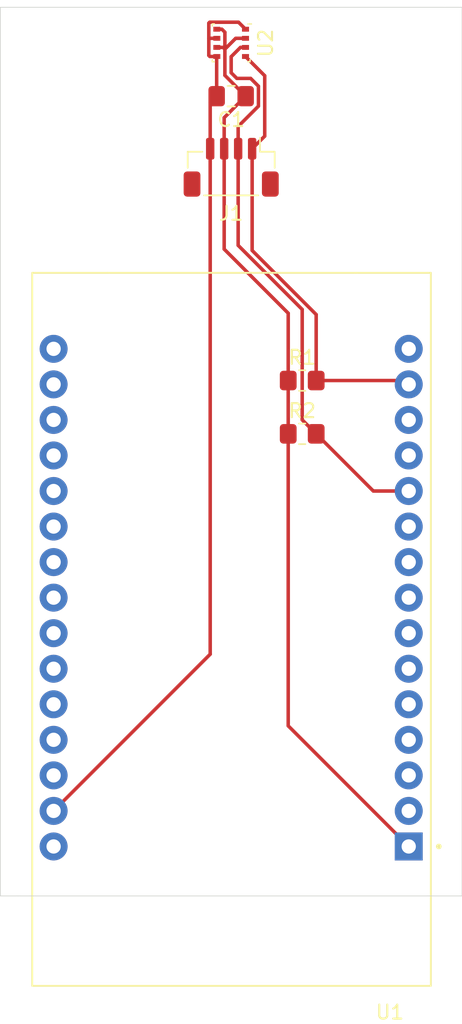
<source format=kicad_pcb>
(kicad_pcb (version 20171130) (host pcbnew "(5.1.12-1-10_14)")

  (general
    (thickness 1.6)
    (drawings 6)
    (tracks 57)
    (zones 0)
    (modules 6)
    (nets 30)
  )

  (page A4)
  (layers
    (0 F.Cu signal)
    (31 B.Cu signal)
    (32 B.Adhes user)
    (33 F.Adhes user)
    (34 B.Paste user)
    (35 F.Paste user)
    (36 B.SilkS user)
    (37 F.SilkS user)
    (38 B.Mask user)
    (39 F.Mask user)
    (40 Dwgs.User user)
    (41 Cmts.User user)
    (42 Eco1.User user)
    (43 Eco2.User user)
    (44 Edge.Cuts user)
    (45 Margin user)
    (46 B.CrtYd user)
    (47 F.CrtYd user)
    (48 B.Fab user)
    (49 F.Fab user)
  )

  (setup
    (last_trace_width 0.25)
    (trace_clearance 0.2)
    (zone_clearance 0.508)
    (zone_45_only no)
    (trace_min 0.2)
    (via_size 0.8)
    (via_drill 0.4)
    (via_min_size 0.4)
    (via_min_drill 0.3)
    (uvia_size 0.3)
    (uvia_drill 0.1)
    (uvias_allowed no)
    (uvia_min_size 0.2)
    (uvia_min_drill 0.1)
    (edge_width 0.05)
    (segment_width 0.2)
    (pcb_text_width 0.3)
    (pcb_text_size 1.5 1.5)
    (mod_edge_width 0.12)
    (mod_text_size 1 1)
    (mod_text_width 0.15)
    (pad_size 1.524 1.524)
    (pad_drill 0.762)
    (pad_to_mask_clearance 0)
    (aux_axis_origin 0 0)
    (grid_origin 135.89 110.49)
    (visible_elements FFFFFF7F)
    (pcbplotparams
      (layerselection 0x010fc_ffffffff)
      (usegerberextensions false)
      (usegerberattributes true)
      (usegerberadvancedattributes true)
      (creategerberjobfile true)
      (excludeedgelayer true)
      (linewidth 0.100000)
      (plotframeref false)
      (viasonmask false)
      (mode 1)
      (useauxorigin false)
      (hpglpennumber 1)
      (hpglpenspeed 20)
      (hpglpendiameter 15.000000)
      (psnegative false)
      (psa4output false)
      (plotreference true)
      (plotvalue true)
      (plotinvisibletext false)
      (padsonsilk false)
      (subtractmaskfromsilk false)
      (outputformat 1)
      (mirror false)
      (drillshape 1)
      (scaleselection 1)
      (outputdirectory ""))
  )

  (net 0 "")
  (net 1 GND)
  (net 2 +3V3)
  (net 3 SDA)
  (net 4 SCL)
  (net 5 "Net-(U1-Pad3)")
  (net 6 "Net-(U1-Pad4)")
  (net 7 "Net-(U1-Pad5)")
  (net 8 "Net-(U1-Pad6)")
  (net 9 "Net-(U1-Pad7)")
  (net 10 "Net-(U1-Pad8)")
  (net 11 "Net-(U1-Pad9)")
  (net 12 "Net-(U1-Pad10)")
  (net 13 "Net-(U1-Pad12)")
  (net 14 "Net-(U1-Pad13)")
  (net 15 "Net-(U1-Pad15)")
  (net 16 "Net-(U1-Pad30)")
  (net 17 "Net-(U1-Pad28)")
  (net 18 "Net-(U1-Pad27)")
  (net 19 "Net-(U1-Pad26)")
  (net 20 "Net-(U1-Pad25)")
  (net 21 "Net-(U1-Pad24)")
  (net 22 "Net-(U1-Pad23)")
  (net 23 "Net-(U1-Pad22)")
  (net 24 "Net-(U1-Pad21)")
  (net 25 "Net-(U1-Pad20)")
  (net 26 "Net-(U1-Pad19)")
  (net 27 "Net-(U1-Pad18)")
  (net 28 "Net-(U1-Pad17)")
  (net 29 "Net-(U1-Pad16)")

  (net_class Default "This is the default net class."
    (clearance 0.2)
    (trace_width 0.25)
    (via_dia 0.8)
    (via_drill 0.4)
    (uvia_dia 0.3)
    (uvia_drill 0.1)
    (add_net +3V3)
    (add_net GND)
    (add_net "Net-(U1-Pad10)")
    (add_net "Net-(U1-Pad12)")
    (add_net "Net-(U1-Pad13)")
    (add_net "Net-(U1-Pad15)")
    (add_net "Net-(U1-Pad16)")
    (add_net "Net-(U1-Pad17)")
    (add_net "Net-(U1-Pad18)")
    (add_net "Net-(U1-Pad19)")
    (add_net "Net-(U1-Pad20)")
    (add_net "Net-(U1-Pad21)")
    (add_net "Net-(U1-Pad22)")
    (add_net "Net-(U1-Pad23)")
    (add_net "Net-(U1-Pad24)")
    (add_net "Net-(U1-Pad25)")
    (add_net "Net-(U1-Pad26)")
    (add_net "Net-(U1-Pad27)")
    (add_net "Net-(U1-Pad28)")
    (add_net "Net-(U1-Pad3)")
    (add_net "Net-(U1-Pad30)")
    (add_net "Net-(U1-Pad4)")
    (add_net "Net-(U1-Pad5)")
    (add_net "Net-(U1-Pad6)")
    (add_net "Net-(U1-Pad7)")
    (add_net "Net-(U1-Pad8)")
    (add_net "Net-(U1-Pad9)")
    (add_net SCL)
    (add_net SDA)
  )

  (module Module:MODULE_ESP32_DEVKIT_V1 (layer F.Cu) (tedit 619BB4BB) (tstamp 61A5C41F)
    (at 152.4 91.44 180)
    (path /619BBF05)
    (fp_text reference U1 (at -11.355 -27.36) (layer F.SilkS)
      (effects (font (size 1 1) (thickness 0.15)))
    )
    (fp_text value ESP32-DEVKIT-V1 (at -0.56 27.36) (layer F.Fab)
      (effects (font (size 1 1) (thickness 0.15)))
    )
    (fp_line (start -14.28 -25.475) (end -3.211 -25.475) (layer F.Fab) (width 0.127))
    (fp_line (start -3.211 -25.475) (end 3.5 -25.475) (layer F.Fab) (width 0.127))
    (fp_line (start 3.5 -25.475) (end 14.23 -25.475) (layer F.Fab) (width 0.127))
    (fp_line (start 14.23 -25.475) (end 14.23 25.475) (layer F.SilkS) (width 0.127))
    (fp_line (start 14.23 25.475) (end -14.28 25.475) (layer F.SilkS) (width 0.127))
    (fp_line (start -14.28 25.475) (end -14.28 -25.475) (layer F.Fab) (width 0.127))
    (fp_line (start -14.28 -25.475) (end 14.23 -25.475) (layer F.SilkS) (width 0.127))
    (fp_line (start -14.28 25.475) (end -14.28 -25.475) (layer F.SilkS) (width 0.127))
    (fp_circle (center -14.85 -15.515) (end -14.75 -15.515) (layer F.SilkS) (width 0.2))
    (fp_circle (center -14.85 -15.515) (end -14.75 -15.515) (layer F.Fab) (width 0.2))
    (fp_line (start 14.23 -25.475) (end 14.23 25.475) (layer F.Fab) (width 0.127))
    (fp_line (start -14.28 25.475) (end -8.91 25.475) (layer F.Fab) (width 0.127))
    (fp_line (start -8.91 25.475) (end 8.78 25.475) (layer F.Fab) (width 0.127))
    (fp_line (start 8.78 25.475) (end 14.23 25.475) (layer F.Fab) (width 0.127))
    (fp_line (start -8.91 25.475) (end -8.91 18.985) (layer F.Fab) (width 0.127))
    (fp_line (start -8.91 18.985) (end -8.91 6.355) (layer F.Fab) (width 0.127))
    (fp_line (start -8.91 6.355) (end 8.78 6.355) (layer F.Fab) (width 0.127))
    (fp_line (start 8.78 6.355) (end 8.78 18.985) (layer F.Fab) (width 0.127))
    (fp_line (start 8.78 18.985) (end 8.78 25.475) (layer F.Fab) (width 0.127))
    (fp_line (start -8.91 18.985) (end 8.78 18.985) (layer F.Fab) (width 0.127))
    (fp_line (start 3.5 -25.475) (end 3.5 -21.585) (layer F.Fab) (width 0.127))
    (fp_line (start 3.5 -21.585) (end -3.211 -21.585) (layer F.Fab) (width 0.127))
    (fp_line (start -3.211 -21.585) (end -3.211 -25.475) (layer F.Fab) (width 0.127))
    (fp_poly (pts (xy -8.91 18.985) (xy 8.78 18.985) (xy 8.78 25.475) (xy -8.91 25.475)) (layer Dwgs.User) (width 0.01))
    (fp_poly (pts (xy -8.91 18.985) (xy 8.78 18.985) (xy 8.78 25.475) (xy -8.91 25.475)) (layer Dwgs.User) (width 0.01))
    (fp_poly (pts (xy -8.91 18.985) (xy 8.78 18.985) (xy 8.78 25.475) (xy -8.91 25.475)) (layer Dwgs.User) (width 0.01))
    (fp_line (start -14.28 -25.475) (end -3.211 -25.475) (layer F.SilkS) (width 0.127))
    (fp_line (start -3.211 -25.475) (end 3.5 -25.475) (layer F.SilkS) (width 0.127))
    (fp_line (start 3.5 -25.475) (end 14.23 -25.475) (layer F.SilkS) (width 0.127))
    (fp_line (start -14.28 25.475) (end -14.28 -25.475) (layer F.SilkS) (width 0.127))
    (fp_line (start 14.23 -25.475) (end 14.23 25.475) (layer F.SilkS) (width 0.127))
    (fp_line (start -14.28 25.475) (end -8.91 25.475) (layer F.SilkS) (width 0.127))
    (fp_line (start -8.91 25.475) (end 8.78 25.475) (layer F.SilkS) (width 0.127))
    (fp_line (start 8.78 25.475) (end 14.23 25.475) (layer F.SilkS) (width 0.127))
    (fp_line (start -14.53 -25.725) (end -14.53 25.725) (layer F.CrtYd) (width 0.05))
    (fp_line (start -14.53 25.725) (end 14.48 25.725) (layer F.CrtYd) (width 0.05))
    (fp_line (start 14.48 25.725) (end 14.48 -25.725) (layer F.CrtYd) (width 0.05))
    (fp_line (start 14.48 -25.725) (end -14.53 -25.725) (layer F.CrtYd) (width 0.05))
    (pad 1 thru_hole rect (at -12.7 -15.515 180) (size 2 2) (drill 1.02) (layers *.Cu *.Mask)
      (net 2 +3V3))
    (pad 2 thru_hole circle (at -12.7 -12.975 180) (size 2 2) (drill 1.02) (layers *.Cu *.Mask)
      (net 1 GND))
    (pad 3 thru_hole circle (at -12.7 -10.435 180) (size 2 2) (drill 1.02) (layers *.Cu *.Mask)
      (net 5 "Net-(U1-Pad3)"))
    (pad 4 thru_hole circle (at -12.7 -7.895 180) (size 2 2) (drill 1.02) (layers *.Cu *.Mask)
      (net 6 "Net-(U1-Pad4)"))
    (pad 5 thru_hole circle (at -12.7 -5.355 180) (size 2 2) (drill 1.02) (layers *.Cu *.Mask)
      (net 7 "Net-(U1-Pad5)"))
    (pad 6 thru_hole circle (at -12.7 -2.815 180) (size 2 2) (drill 1.02) (layers *.Cu *.Mask)
      (net 8 "Net-(U1-Pad6)"))
    (pad 7 thru_hole circle (at -12.7 -0.275 180) (size 2 2) (drill 1.02) (layers *.Cu *.Mask)
      (net 9 "Net-(U1-Pad7)"))
    (pad 8 thru_hole circle (at -12.7 2.265 180) (size 2 2) (drill 1.02) (layers *.Cu *.Mask)
      (net 10 "Net-(U1-Pad8)"))
    (pad 9 thru_hole circle (at -12.7 4.805 180) (size 2 2) (drill 1.02) (layers *.Cu *.Mask)
      (net 11 "Net-(U1-Pad9)"))
    (pad 10 thru_hole circle (at -12.7 7.345 180) (size 2 2) (drill 1.02) (layers *.Cu *.Mask)
      (net 12 "Net-(U1-Pad10)"))
    (pad 11 thru_hole circle (at -12.7 9.885 180) (size 2 2) (drill 1.02) (layers *.Cu *.Mask)
      (net 3 SDA))
    (pad 12 thru_hole circle (at -12.7 12.425 180) (size 2 2) (drill 1.02) (layers *.Cu *.Mask)
      (net 13 "Net-(U1-Pad12)"))
    (pad 13 thru_hole circle (at -12.7 14.965 180) (size 2 2) (drill 1.02) (layers *.Cu *.Mask)
      (net 14 "Net-(U1-Pad13)"))
    (pad 14 thru_hole circle (at -12.7 17.505 180) (size 2 2) (drill 1.02) (layers *.Cu *.Mask)
      (net 4 SCL))
    (pad 15 thru_hole circle (at -12.7 20.045 180) (size 2 2) (drill 1.02) (layers *.Cu *.Mask)
      (net 15 "Net-(U1-Pad15)"))
    (pad 30 thru_hole circle (at 12.7 -15.515 180) (size 2 2) (drill 1.02) (layers *.Cu *.Mask)
      (net 16 "Net-(U1-Pad30)"))
    (pad 29 thru_hole circle (at 12.7 -12.975 180) (size 2 2) (drill 1.02) (layers *.Cu *.Mask)
      (net 1 GND))
    (pad 28 thru_hole circle (at 12.7 -10.435 180) (size 2 2) (drill 1.02) (layers *.Cu *.Mask)
      (net 17 "Net-(U1-Pad28)"))
    (pad 27 thru_hole circle (at 12.7 -7.895 180) (size 2 2) (drill 1.02) (layers *.Cu *.Mask)
      (net 18 "Net-(U1-Pad27)"))
    (pad 26 thru_hole circle (at 12.7 -5.355 180) (size 2 2) (drill 1.02) (layers *.Cu *.Mask)
      (net 19 "Net-(U1-Pad26)"))
    (pad 25 thru_hole circle (at 12.7 -2.815 180) (size 2 2) (drill 1.02) (layers *.Cu *.Mask)
      (net 20 "Net-(U1-Pad25)"))
    (pad 24 thru_hole circle (at 12.7 -0.275 180) (size 2 2) (drill 1.02) (layers *.Cu *.Mask)
      (net 21 "Net-(U1-Pad24)"))
    (pad 23 thru_hole circle (at 12.7 2.265 180) (size 2 2) (drill 1.02) (layers *.Cu *.Mask)
      (net 22 "Net-(U1-Pad23)"))
    (pad 22 thru_hole circle (at 12.7 4.805 180) (size 2 2) (drill 1.02) (layers *.Cu *.Mask)
      (net 23 "Net-(U1-Pad22)"))
    (pad 21 thru_hole circle (at 12.7 7.345 180) (size 2 2) (drill 1.02) (layers *.Cu *.Mask)
      (net 24 "Net-(U1-Pad21)"))
    (pad 20 thru_hole circle (at 12.7 9.885 180) (size 2 2) (drill 1.02) (layers *.Cu *.Mask)
      (net 25 "Net-(U1-Pad20)"))
    (pad 19 thru_hole circle (at 12.7 12.425 180) (size 2 2) (drill 1.02) (layers *.Cu *.Mask)
      (net 26 "Net-(U1-Pad19)"))
    (pad 18 thru_hole circle (at 12.7 14.965 180) (size 2 2) (drill 1.02) (layers *.Cu *.Mask)
      (net 27 "Net-(U1-Pad18)"))
    (pad 17 thru_hole circle (at 12.7 17.505 180) (size 2 2) (drill 1.02) (layers *.Cu *.Mask)
      (net 28 "Net-(U1-Pad17)"))
    (pad 16 thru_hole circle (at 12.7 20.045 180) (size 2 2) (drill 1.02) (layers *.Cu *.Mask)
      (net 29 "Net-(U1-Pad16)"))
    (pad None np_thru_hole circle (at -12.28 23.475 180) (size 3 3) (drill 3) (layers *.Cu *.Mask))
    (pad None np_thru_hole circle (at 12.23 23.475 180) (size 3 3) (drill 3) (layers *.Cu *.Mask))
    (pad None np_thru_hole circle (at 12.23 -23.475 180) (size 3 3) (drill 3) (layers *.Cu *.Mask))
    (pad None np_thru_hole circle (at -12.28 -23.475 180) (size 3 3) (drill 3) (layers *.Cu *.Mask))
  )

  (module Package_LGA:Bosch_LGA-8_2.5x2.5mm_P0.65mm_ClockwisePinNumbering (layer F.Cu) (tedit 5A0FA816) (tstamp 61A5C43C)
    (at 152.4 49.53 270)
    (descr LGA-8)
    (tags "lga land grid array")
    (path /61A17B8A)
    (attr smd)
    (fp_text reference U2 (at 0.015 -2.465 90) (layer F.SilkS)
      (effects (font (size 1 1) (thickness 0.15)))
    )
    (fp_text value BME280 (at 0.015 2.54 90) (layer F.Fab)
      (effects (font (size 1 1) (thickness 0.15)))
    )
    (fp_text user %R (at 0 0 270) (layer F.Fab)
      (effects (font (size 0.5 0.5) (thickness 0.075)))
    )
    (fp_line (start -1.35 1.36) (end -1.2 1.36) (layer F.SilkS) (width 0.1))
    (fp_line (start -1.25 -0.5) (end -0.5 -1.25) (layer F.Fab) (width 0.1))
    (fp_line (start -1.35 1.35) (end -1.35 1.2) (layer F.SilkS) (width 0.1))
    (fp_line (start 1.35 1.35) (end 1.35 1.2) (layer F.SilkS) (width 0.1))
    (fp_line (start 1.35 1.35) (end 1.2 1.35) (layer F.SilkS) (width 0.1))
    (fp_line (start 1.2 -1.35) (end 1.35 -1.35) (layer F.SilkS) (width 0.1))
    (fp_line (start 1.35 -1.35) (end 1.35 -1.2) (layer F.SilkS) (width 0.1))
    (fp_line (start -1.35 -1.2) (end -1.35 -1.45) (layer F.SilkS) (width 0.1))
    (fp_line (start -1.25 1.25) (end -1.25 -0.5) (layer F.Fab) (width 0.1))
    (fp_line (start -0.5 -1.25) (end 1.25 -1.25) (layer F.Fab) (width 0.1))
    (fp_line (start 1.25 -1.25) (end 1.25 1.25) (layer F.Fab) (width 0.1))
    (fp_line (start 1.25 1.25) (end -1.25 1.25) (layer F.Fab) (width 0.1))
    (fp_line (start -1.41 1.54) (end -1.41 -1.54) (layer F.CrtYd) (width 0.05))
    (fp_line (start -1.41 -1.54) (end 1.41 -1.54) (layer F.CrtYd) (width 0.05))
    (fp_line (start 1.41 -1.54) (end 1.41 1.54) (layer F.CrtYd) (width 0.05))
    (fp_line (start 1.41 1.54) (end -1.41 1.54) (layer F.CrtYd) (width 0.05))
    (pad 5 smd rect (at 0.975 1.025) (size 0.5 0.35) (layers F.Cu F.Paste F.Mask)
      (net 1 GND))
    (pad 6 smd rect (at 0.325 1.025) (size 0.5 0.35) (layers F.Cu F.Paste F.Mask)
      (net 2 +3V3))
    (pad 7 smd rect (at -0.325 1.025) (size 0.5 0.35) (layers F.Cu F.Paste F.Mask)
      (net 1 GND))
    (pad 8 smd rect (at -0.975 1.025) (size 0.5 0.35) (layers F.Cu F.Paste F.Mask)
      (net 2 +3V3))
    (pad 1 smd rect (at -0.975 -1.025) (size 0.5 0.35) (layers F.Cu F.Paste F.Mask)
      (net 1 GND))
    (pad 2 smd rect (at -0.325 -1.025) (size 0.5 0.35) (layers F.Cu F.Paste F.Mask)
      (net 2 +3V3))
    (pad 3 smd rect (at 0.325 -1.025) (size 0.5 0.35) (layers F.Cu F.Paste F.Mask)
      (net 3 SDA))
    (pad 4 smd rect (at 0.975 -1.025) (size 0.5 0.35) (layers F.Cu F.Paste F.Mask)
      (net 4 SCL))
    (model ${KISYS3DMOD}/Package_LGA.3dshapes/Bosch_LGA-8_2.5x2.5mm_P0.65mm_ClockwisePinNumbering.wrl
      (offset (xyz 0.01500000025472259 -0.03500000059435272 0))
      (scale (xyz 1 1 1))
      (rotate (xyz 0 0 0))
    )
  )

  (module Resistor_SMD:R_0805_2012Metric_Pad1.20x1.40mm_HandSolder (layer F.Cu) (tedit 5F68FEEE) (tstamp 61A5C3D3)
    (at 157.48 77.47)
    (descr "Resistor SMD 0805 (2012 Metric), square (rectangular) end terminal, IPC_7351 nominal with elongated pad for handsoldering. (Body size source: IPC-SM-782 page 72, https://www.pcb-3d.com/wordpress/wp-content/uploads/ipc-sm-782a_amendment_1_and_2.pdf), generated with kicad-footprint-generator")
    (tags "resistor handsolder")
    (path /61A292AE)
    (attr smd)
    (fp_text reference R2 (at 0 -1.65) (layer F.SilkS)
      (effects (font (size 1 1) (thickness 0.15)))
    )
    (fp_text value 4.7k (at 0 1.65) (layer F.Fab)
      (effects (font (size 1 1) (thickness 0.15)))
    )
    (fp_text user %R (at 0 0) (layer F.Fab)
      (effects (font (size 0.5 0.5) (thickness 0.08)))
    )
    (fp_line (start -1 0.625) (end -1 -0.625) (layer F.Fab) (width 0.1))
    (fp_line (start -1 -0.625) (end 1 -0.625) (layer F.Fab) (width 0.1))
    (fp_line (start 1 -0.625) (end 1 0.625) (layer F.Fab) (width 0.1))
    (fp_line (start 1 0.625) (end -1 0.625) (layer F.Fab) (width 0.1))
    (fp_line (start -0.227064 -0.735) (end 0.227064 -0.735) (layer F.SilkS) (width 0.12))
    (fp_line (start -0.227064 0.735) (end 0.227064 0.735) (layer F.SilkS) (width 0.12))
    (fp_line (start -1.85 0.95) (end -1.85 -0.95) (layer F.CrtYd) (width 0.05))
    (fp_line (start -1.85 -0.95) (end 1.85 -0.95) (layer F.CrtYd) (width 0.05))
    (fp_line (start 1.85 -0.95) (end 1.85 0.95) (layer F.CrtYd) (width 0.05))
    (fp_line (start 1.85 0.95) (end -1.85 0.95) (layer F.CrtYd) (width 0.05))
    (pad 2 smd roundrect (at 1 0) (size 1.2 1.4) (layers F.Cu F.Paste F.Mask) (roundrect_rratio 0.208333)
      (net 3 SDA))
    (pad 1 smd roundrect (at -1 0) (size 1.2 1.4) (layers F.Cu F.Paste F.Mask) (roundrect_rratio 0.208333)
      (net 2 +3V3))
    (model ${KISYS3DMOD}/Resistor_SMD.3dshapes/R_0805_2012Metric.wrl
      (at (xyz 0 0 0))
      (scale (xyz 1 1 1))
      (rotate (xyz 0 0 0))
    )
  )

  (module Resistor_SMD:R_0805_2012Metric_Pad1.20x1.40mm_HandSolder (layer F.Cu) (tedit 5F68FEEE) (tstamp 61A5C3C2)
    (at 157.48 73.66)
    (descr "Resistor SMD 0805 (2012 Metric), square (rectangular) end terminal, IPC_7351 nominal with elongated pad for handsoldering. (Body size source: IPC-SM-782 page 72, https://www.pcb-3d.com/wordpress/wp-content/uploads/ipc-sm-782a_amendment_1_and_2.pdf), generated with kicad-footprint-generator")
    (tags "resistor handsolder")
    (path /61A2885B)
    (attr smd)
    (fp_text reference R1 (at 0 -1.65) (layer F.SilkS)
      (effects (font (size 1 1) (thickness 0.15)))
    )
    (fp_text value 4.7k (at 0 1.65) (layer F.Fab)
      (effects (font (size 1 1) (thickness 0.15)))
    )
    (fp_text user %R (at 0 0) (layer F.Fab)
      (effects (font (size 0.5 0.5) (thickness 0.08)))
    )
    (fp_line (start -1 0.625) (end -1 -0.625) (layer F.Fab) (width 0.1))
    (fp_line (start -1 -0.625) (end 1 -0.625) (layer F.Fab) (width 0.1))
    (fp_line (start 1 -0.625) (end 1 0.625) (layer F.Fab) (width 0.1))
    (fp_line (start 1 0.625) (end -1 0.625) (layer F.Fab) (width 0.1))
    (fp_line (start -0.227064 -0.735) (end 0.227064 -0.735) (layer F.SilkS) (width 0.12))
    (fp_line (start -0.227064 0.735) (end 0.227064 0.735) (layer F.SilkS) (width 0.12))
    (fp_line (start -1.85 0.95) (end -1.85 -0.95) (layer F.CrtYd) (width 0.05))
    (fp_line (start -1.85 -0.95) (end 1.85 -0.95) (layer F.CrtYd) (width 0.05))
    (fp_line (start 1.85 -0.95) (end 1.85 0.95) (layer F.CrtYd) (width 0.05))
    (fp_line (start 1.85 0.95) (end -1.85 0.95) (layer F.CrtYd) (width 0.05))
    (pad 2 smd roundrect (at 1 0) (size 1.2 1.4) (layers F.Cu F.Paste F.Mask) (roundrect_rratio 0.208333)
      (net 4 SCL))
    (pad 1 smd roundrect (at -1 0) (size 1.2 1.4) (layers F.Cu F.Paste F.Mask) (roundrect_rratio 0.208333)
      (net 2 +3V3))
    (model ${KISYS3DMOD}/Resistor_SMD.3dshapes/R_0805_2012Metric.wrl
      (at (xyz 0 0 0))
      (scale (xyz 1 1 1))
      (rotate (xyz 0 0 0))
    )
  )

  (module Connector_JST:JST_SH_BM04B-SRSS-TB_1x04-1MP_P1.00mm_Vertical (layer F.Cu) (tedit 5B78AD87) (tstamp 61A5C3B1)
    (at 152.4 58.42 180)
    (descr "JST SH series connector, BM04B-SRSS-TB (http://www.jst-mfg.com/product/pdf/eng/eSH.pdf), generated with kicad-footprint-generator")
    (tags "connector JST SH side entry")
    (path /61A258FF)
    (attr smd)
    (fp_text reference J1 (at 0 -3.3) (layer F.SilkS)
      (effects (font (size 1 1) (thickness 0.15)))
    )
    (fp_text value Conn_01x04_Male (at 0 3.3) (layer F.Fab)
      (effects (font (size 1 1) (thickness 0.15)))
    )
    (fp_text user %R (at 0 -0.25) (layer F.Fab)
      (effects (font (size 1 1) (thickness 0.15)))
    )
    (fp_line (start -3 1) (end 3 1) (layer F.Fab) (width 0.1))
    (fp_line (start -3.11 -0.04) (end -3.11 1.11) (layer F.SilkS) (width 0.12))
    (fp_line (start -3.11 1.11) (end -2.06 1.11) (layer F.SilkS) (width 0.12))
    (fp_line (start -2.06 1.11) (end -2.06 2.1) (layer F.SilkS) (width 0.12))
    (fp_line (start 3.11 -0.04) (end 3.11 1.11) (layer F.SilkS) (width 0.12))
    (fp_line (start 3.11 1.11) (end 2.06 1.11) (layer F.SilkS) (width 0.12))
    (fp_line (start -1.94 -2.01) (end 1.94 -2.01) (layer F.SilkS) (width 0.12))
    (fp_line (start -3 -1.9) (end 3 -1.9) (layer F.Fab) (width 0.1))
    (fp_line (start -3 1) (end -3 -1.9) (layer F.Fab) (width 0.1))
    (fp_line (start 3 1) (end 3 -1.9) (layer F.Fab) (width 0.1))
    (fp_line (start -1.65 -1.55) (end -1.65 -0.95) (layer F.Fab) (width 0.1))
    (fp_line (start -1.65 -0.95) (end -1.35 -0.95) (layer F.Fab) (width 0.1))
    (fp_line (start -1.35 -0.95) (end -1.35 -1.55) (layer F.Fab) (width 0.1))
    (fp_line (start -1.35 -1.55) (end -1.65 -1.55) (layer F.Fab) (width 0.1))
    (fp_line (start -0.65 -1.55) (end -0.65 -0.95) (layer F.Fab) (width 0.1))
    (fp_line (start -0.65 -0.95) (end -0.35 -0.95) (layer F.Fab) (width 0.1))
    (fp_line (start -0.35 -0.95) (end -0.35 -1.55) (layer F.Fab) (width 0.1))
    (fp_line (start -0.35 -1.55) (end -0.65 -1.55) (layer F.Fab) (width 0.1))
    (fp_line (start 0.35 -1.55) (end 0.35 -0.95) (layer F.Fab) (width 0.1))
    (fp_line (start 0.35 -0.95) (end 0.65 -0.95) (layer F.Fab) (width 0.1))
    (fp_line (start 0.65 -0.95) (end 0.65 -1.55) (layer F.Fab) (width 0.1))
    (fp_line (start 0.65 -1.55) (end 0.35 -1.55) (layer F.Fab) (width 0.1))
    (fp_line (start 1.35 -1.55) (end 1.35 -0.95) (layer F.Fab) (width 0.1))
    (fp_line (start 1.35 -0.95) (end 1.65 -0.95) (layer F.Fab) (width 0.1))
    (fp_line (start 1.65 -0.95) (end 1.65 -1.55) (layer F.Fab) (width 0.1))
    (fp_line (start 1.65 -1.55) (end 1.35 -1.55) (layer F.Fab) (width 0.1))
    (fp_line (start -3.9 -2.6) (end -3.9 2.6) (layer F.CrtYd) (width 0.05))
    (fp_line (start -3.9 2.6) (end 3.9 2.6) (layer F.CrtYd) (width 0.05))
    (fp_line (start 3.9 2.6) (end 3.9 -2.6) (layer F.CrtYd) (width 0.05))
    (fp_line (start 3.9 -2.6) (end -3.9 -2.6) (layer F.CrtYd) (width 0.05))
    (fp_line (start -2 1) (end -1.5 0.292893) (layer F.Fab) (width 0.1))
    (fp_line (start -1.5 0.292893) (end -1 1) (layer F.Fab) (width 0.1))
    (pad MP smd roundrect (at 2.8 -1.2 180) (size 1.2 1.8) (layers F.Cu F.Paste F.Mask) (roundrect_rratio 0.208333))
    (pad MP smd roundrect (at -2.8 -1.2 180) (size 1.2 1.8) (layers F.Cu F.Paste F.Mask) (roundrect_rratio 0.208333))
    (pad 4 smd roundrect (at 1.5 1.325 180) (size 0.6 1.55) (layers F.Cu F.Paste F.Mask) (roundrect_rratio 0.25)
      (net 1 GND))
    (pad 3 smd roundrect (at 0.5 1.325 180) (size 0.6 1.55) (layers F.Cu F.Paste F.Mask) (roundrect_rratio 0.25)
      (net 2 +3V3))
    (pad 2 smd roundrect (at -0.5 1.325 180) (size 0.6 1.55) (layers F.Cu F.Paste F.Mask) (roundrect_rratio 0.25)
      (net 3 SDA))
    (pad 1 smd roundrect (at -1.5 1.325 180) (size 0.6 1.55) (layers F.Cu F.Paste F.Mask) (roundrect_rratio 0.25)
      (net 4 SCL))
    (model ${KISYS3DMOD}/Connector_JST.3dshapes/JST_SH_BM04B-SRSS-TB_1x04-1MP_P1.00mm_Vertical.wrl
      (at (xyz 0 0 0))
      (scale (xyz 1 1 1))
      (rotate (xyz 0 0 0))
    )
  )

  (module Capacitor_SMD:C_0805_2012Metric_Pad1.18x1.45mm_HandSolder (layer F.Cu) (tedit 5F68FEEF) (tstamp 61A5C386)
    (at 152.4 53.34 180)
    (descr "Capacitor SMD 0805 (2012 Metric), square (rectangular) end terminal, IPC_7351 nominal with elongated pad for handsoldering. (Body size source: IPC-SM-782 page 76, https://www.pcb-3d.com/wordpress/wp-content/uploads/ipc-sm-782a_amendment_1_and_2.pdf, https://docs.google.com/spreadsheets/d/1BsfQQcO9C6DZCsRaXUlFlo91Tg2WpOkGARC1WS5S8t0/edit?usp=sharing), generated with kicad-footprint-generator")
    (tags "capacitor handsolder")
    (path /61A2A7C5)
    (attr smd)
    (fp_text reference C1 (at 0 -1.68) (layer F.SilkS)
      (effects (font (size 1 1) (thickness 0.15)))
    )
    (fp_text value 200n (at 0 1.68) (layer F.Fab)
      (effects (font (size 1 1) (thickness 0.15)))
    )
    (fp_text user %R (at 0 0) (layer F.Fab)
      (effects (font (size 0.5 0.5) (thickness 0.08)))
    )
    (fp_line (start -1 0.625) (end -1 -0.625) (layer F.Fab) (width 0.1))
    (fp_line (start -1 -0.625) (end 1 -0.625) (layer F.Fab) (width 0.1))
    (fp_line (start 1 -0.625) (end 1 0.625) (layer F.Fab) (width 0.1))
    (fp_line (start 1 0.625) (end -1 0.625) (layer F.Fab) (width 0.1))
    (fp_line (start -0.261252 -0.735) (end 0.261252 -0.735) (layer F.SilkS) (width 0.12))
    (fp_line (start -0.261252 0.735) (end 0.261252 0.735) (layer F.SilkS) (width 0.12))
    (fp_line (start -1.88 0.98) (end -1.88 -0.98) (layer F.CrtYd) (width 0.05))
    (fp_line (start -1.88 -0.98) (end 1.88 -0.98) (layer F.CrtYd) (width 0.05))
    (fp_line (start 1.88 -0.98) (end 1.88 0.98) (layer F.CrtYd) (width 0.05))
    (fp_line (start 1.88 0.98) (end -1.88 0.98) (layer F.CrtYd) (width 0.05))
    (pad 2 smd roundrect (at 1.0375 0 180) (size 1.175 1.45) (layers F.Cu F.Paste F.Mask) (roundrect_rratio 0.212766)
      (net 1 GND))
    (pad 1 smd roundrect (at -1.0375 0 180) (size 1.175 1.45) (layers F.Cu F.Paste F.Mask) (roundrect_rratio 0.212766)
      (net 2 +3V3))
    (model ${KISYS3DMOD}/Capacitor_SMD.3dshapes/C_0805_2012Metric.wrl
      (at (xyz 0 0 0))
      (scale (xyz 1 1 1))
      (rotate (xyz 0 0 0))
    )
  )

  (gr_line (start 137.16 110.49) (end 135.89 110.49) (layer Edge.Cuts) (width 0.05) (tstamp 61A5C98C))
  (gr_line (start 167.64 46.99) (end 168.91 46.99) (layer Edge.Cuts) (width 0.05) (tstamp 61A5C98B))
  (gr_line (start 168.91 110.49) (end 137.16 110.49) (layer Edge.Cuts) (width 0.05) (tstamp 61A5C8F0))
  (gr_line (start 168.91 46.99) (end 168.91 110.49) (layer Edge.Cuts) (width 0.05))
  (gr_line (start 135.89 46.99) (end 167.64 46.99) (layer Edge.Cuts) (width 0.05))
  (gr_line (start 135.89 110.49) (end 135.89 46.99) (layer Edge.Cuts) (width 0.05))

  (segment (start 150.9 93.215) (end 150.9 57.095) (width 0.25) (layer F.Cu) (net 1))
  (segment (start 139.7 104.415) (end 150.9 93.215) (width 0.25) (layer F.Cu) (net 1))
  (segment (start 150.9 53.8025) (end 151.3625 53.34) (width 0.25) (layer F.Cu) (net 1))
  (segment (start 150.9 57.095) (end 150.9 53.8025) (width 0.25) (layer F.Cu) (net 1))
  (segment (start 156.48 98.335) (end 156.48 77.47) (width 0.25) (layer F.Cu) (net 2))
  (segment (start 165.1 106.955) (end 156.48 98.335) (width 0.25) (layer F.Cu) (net 2))
  (segment (start 156.48 77.47) (end 156.48 73.66) (width 0.25) (layer F.Cu) (net 2))
  (segment (start 156.48 73.66) (end 156.48 68.85) (width 0.25) (layer F.Cu) (net 2))
  (segment (start 151.9 64.27) (end 151.9 57.095) (width 0.25) (layer F.Cu) (net 2))
  (segment (start 156.48 68.85) (end 151.9 64.27) (width 0.25) (layer F.Cu) (net 2))
  (segment (start 151.9 54.8775) (end 153.4375 53.34) (width 0.25) (layer F.Cu) (net 2))
  (segment (start 151.9 57.095) (end 151.9 54.8775) (width 0.25) (layer F.Cu) (net 2))
  (segment (start 153.4375 50.5175) (end 153.425 50.505) (width 0.25) (layer F.Cu) (net 4))
  (segment (start 162.565 81.555) (end 158.48 77.47) (width 0.25) (layer F.Cu) (net 3))
  (segment (start 165.1 81.555) (end 162.565 81.555) (width 0.25) (layer F.Cu) (net 3))
  (segment (start 158.48 77.47) (end 157.48 76.47) (width 0.25) (layer F.Cu) (net 3))
  (segment (start 157.48 76.47) (end 157.48 68.58) (width 0.25) (layer F.Cu) (net 3))
  (segment (start 152.9 64) (end 152.9 57.095) (width 0.25) (layer F.Cu) (net 3))
  (segment (start 157.48 68.58) (end 152.9 64) (width 0.25) (layer F.Cu) (net 3))
  (segment (start 152.9 57.095) (end 152.9 56.32) (width 0.25) (layer F.Cu) (net 3))
  (segment (start 151.3625 50.5175) (end 151.375 50.505) (width 0.25) (layer F.Cu) (net 1))
  (segment (start 151.3625 53.34) (end 151.3625 50.5175) (width 0.25) (layer F.Cu) (net 1))
  (segment (start 151.375 50.505) (end 150.875 50.505) (width 0.25) (layer F.Cu) (net 1))
  (segment (start 150.864999 48.054999) (end 152.924999 48.054999) (width 0.25) (layer F.Cu) (net 1))
  (segment (start 150.799999 48.119999) (end 150.864999 48.054999) (width 0.25) (layer F.Cu) (net 1))
  (segment (start 152.924999 48.054999) (end 153.425 48.555) (width 0.25) (layer F.Cu) (net 1))
  (segment (start 150.875 50.505) (end 150.799999 50.429999) (width 0.25) (layer F.Cu) (net 1))
  (segment (start 151.375 49.205) (end 150.805 49.205) (width 0.25) (layer F.Cu) (net 1))
  (segment (start 150.805 49.205) (end 150.799999 49.199999) (width 0.25) (layer F.Cu) (net 1))
  (segment (start 150.799999 49.199999) (end 150.799999 48.119999) (width 0.25) (layer F.Cu) (net 1))
  (segment (start 150.799999 50.429999) (end 150.799999 49.199999) (width 0.25) (layer F.Cu) (net 1))
  (segment (start 151.735002 48.555) (end 151.375 48.555) (width 0.25) (layer F.Cu) (net 2))
  (segment (start 151.950001 48.769999) (end 151.735002 48.555) (width 0.25) (layer F.Cu) (net 2))
  (segment (start 153.4375 53.34) (end 151.950001 51.852501) (width 0.25) (layer F.Cu) (net 2))
  (segment (start 151.375 49.855) (end 151.825002 49.855) (width 0.25) (layer F.Cu) (net 2))
  (segment (start 151.950001 49.979999) (end 151.950001 48.769999) (width 0.25) (layer F.Cu) (net 2))
  (segment (start 151.825002 49.855) (end 151.950001 49.979999) (width 0.25) (layer F.Cu) (net 2))
  (segment (start 151.950001 51.852501) (end 151.950001 49.979999) (width 0.25) (layer F.Cu) (net 2))
  (segment (start 152.725 49.205) (end 153.425 49.205) (width 0.25) (layer F.Cu) (net 2))
  (segment (start 151.950001 49.979999) (end 152.725 49.205) (width 0.25) (layer F.Cu) (net 2))
  (segment (start 154.35001 52.62682) (end 153.79319 52.07) (width 0.25) (layer F.Cu) (net 3))
  (segment (start 154.35001 54.05318) (end 154.35001 52.62682) (width 0.25) (layer F.Cu) (net 3))
  (segment (start 152.9 55.50319) (end 154.35001 54.05318) (width 0.25) (layer F.Cu) (net 3))
  (segment (start 152.9 57.095) (end 152.9 55.50319) (width 0.25) (layer F.Cu) (net 3))
  (segment (start 153.79319 52.07) (end 152.80391 52.07) (width 0.25) (layer F.Cu) (net 3))
  (segment (start 152.80391 52.07) (end 152.400011 51.666101) (width 0.25) (layer F.Cu) (net 3))
  (segment (start 153.064998 49.855) (end 153.425 49.855) (width 0.25) (layer F.Cu) (net 3))
  (segment (start 152.400011 50.519987) (end 153.064998 49.855) (width 0.25) (layer F.Cu) (net 3))
  (segment (start 152.400011 51.666101) (end 152.400011 50.519987) (width 0.25) (layer F.Cu) (net 3))
  (segment (start 164.825 73.66) (end 158.48 73.66) (width 0.25) (layer F.Cu) (net 4))
  (segment (start 165.1 73.935) (end 164.825 73.66) (width 0.25) (layer F.Cu) (net 4))
  (segment (start 153.9 64.36359) (end 153.9 57.095) (width 0.25) (layer F.Cu) (net 4))
  (segment (start 158.48 68.94359) (end 153.9 64.36359) (width 0.25) (layer F.Cu) (net 4))
  (segment (start 158.48 73.66) (end 158.48 68.94359) (width 0.25) (layer F.Cu) (net 4))
  (segment (start 154.800019 51.880019) (end 154.800019 56.194981) (width 0.25) (layer F.Cu) (net 4))
  (segment (start 154.800019 56.194981) (end 153.9 57.095) (width 0.25) (layer F.Cu) (net 4))
  (segment (start 153.425 50.505) (end 154.800019 51.880019) (width 0.25) (layer F.Cu) (net 4))

)

</source>
